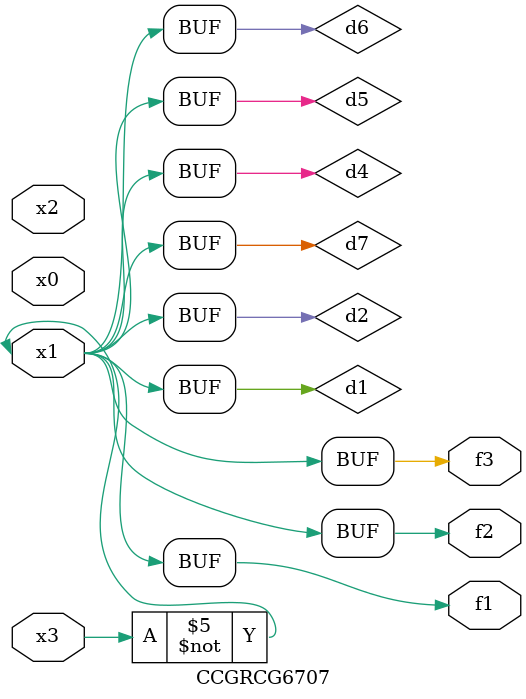
<source format=v>
module CCGRCG6707(
	input x0, x1, x2, x3,
	output f1, f2, f3
);

	wire d1, d2, d3, d4, d5, d6, d7;

	not (d1, x3);
	buf (d2, x1);
	xnor (d3, d1, d2);
	nor (d4, d1);
	buf (d5, d1, d2);
	buf (d6, d4, d5);
	nand (d7, d4);
	assign f1 = d6;
	assign f2 = d7;
	assign f3 = d6;
endmodule

</source>
